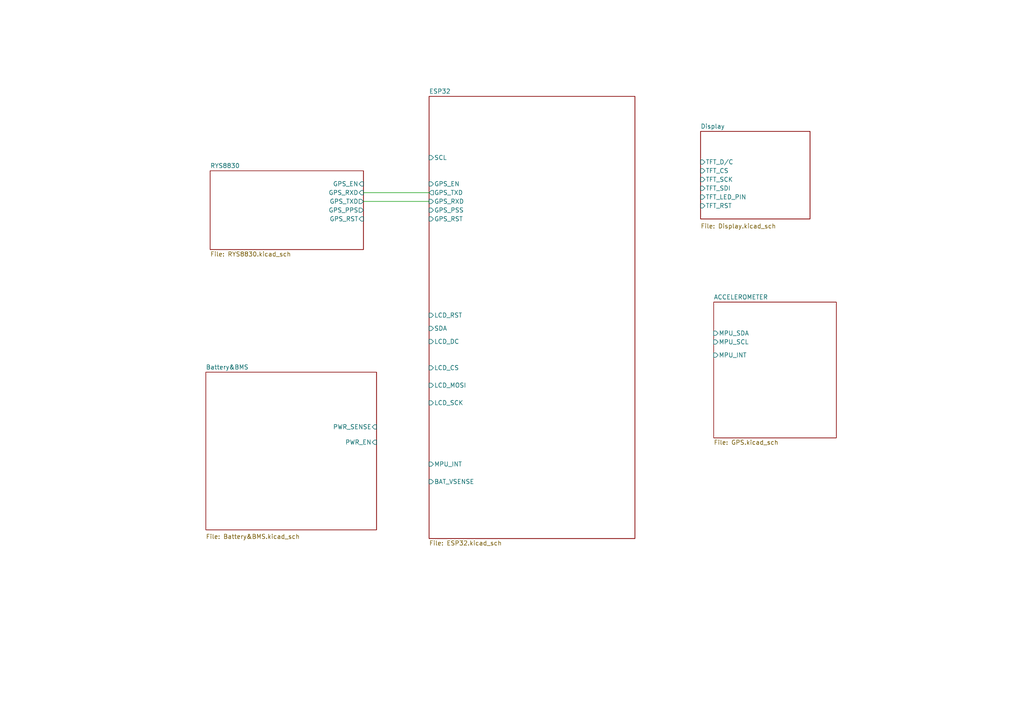
<source format=kicad_sch>
(kicad_sch
	(version 20231120)
	(generator "eeschema")
	(generator_version "8.0")
	(uuid "e9c5fb53-480b-4989-8495-a3341ee99514")
	(paper "A4")
	(lib_symbols)
	(wire
		(pts
			(xy 105.41 55.88) (xy 124.46 55.88)
		)
		(stroke
			(width 0)
			(type default)
		)
		(uuid "2b20afbf-5295-42bb-afc7-7eff4ab9657c")
	)
	(wire
		(pts
			(xy 105.41 58.42) (xy 124.46 58.42)
		)
		(stroke
			(width 0)
			(type default)
		)
		(uuid "5ab78a37-ea2f-42de-8c57-cbdf1a2fabf0")
	)
	(sheet
		(at 203.2 38.1)
		(size 31.75 25.4)
		(fields_autoplaced yes)
		(stroke
			(width 0.1524)
			(type solid)
		)
		(fill
			(color 0 0 0 0.0000)
		)
		(uuid "15b9618d-10d4-4333-8312-f49228536273")
		(property "Sheetname" "Display"
			(at 203.2 37.3884 0)
			(effects
				(font
					(size 1.27 1.27)
				)
				(justify left bottom)
			)
		)
		(property "Sheetfile" "Display.kicad_sch"
			(at 203.2 64.8466 0)
			(effects
				(font
					(size 1.27 1.27)
				)
				(justify left top)
			)
		)
		(pin "TFT_SDI" input
			(at 203.2 54.61 180)
			(effects
				(font
					(size 1.27 1.27)
				)
				(justify left)
			)
			(uuid "b443aa6a-2543-4bc0-ae40-a3e3c5f5af1f")
		)
		(pin "TFT_SCK" input
			(at 203.2 52.07 180)
			(effects
				(font
					(size 1.27 1.27)
				)
				(justify left)
			)
			(uuid "19e454bf-19f1-44a7-8277-2bb5fcd05572")
		)
		(pin "TFT_CS" input
			(at 203.2 49.53 180)
			(effects
				(font
					(size 1.27 1.27)
				)
				(justify left)
			)
			(uuid "91b271fa-33ec-432d-89a0-301b6a9d6e70")
		)
		(pin "TFT_D{slash}C" input
			(at 203.2 46.99 180)
			(effects
				(font
					(size 1.27 1.27)
				)
				(justify left)
			)
			(uuid "5a8e90f7-5a5d-4bbb-8d78-f7362b079089")
		)
		(pin "TFT_LED_PIN" input
			(at 203.2 57.15 180)
			(effects
				(font
					(size 1.27 1.27)
				)
				(justify left)
			)
			(uuid "f5364bd5-7ccb-4402-ade3-7adbfbc68cdb")
		)
		(pin "TFT_RST" input
			(at 203.2 59.69 180)
			(effects
				(font
					(size 1.27 1.27)
				)
				(justify left)
			)
			(uuid "8c94d72d-3333-457a-88dd-f2935dc663b5")
		)
		(instances
			(project "BEEWATCH MK3"
				(path "/e9c5fb53-480b-4989-8495-a3341ee99514"
					(page "4")
				)
			)
		)
	)
	(sheet
		(at 60.96 49.53)
		(size 44.45 22.86)
		(fields_autoplaced yes)
		(stroke
			(width 0.1524)
			(type solid)
		)
		(fill
			(color 0 0 0 0.0000)
		)
		(uuid "33dec73c-f7ec-4dd7-9d85-ef473e07baa9")
		(property "Sheetname" "RYS8830"
			(at 60.96 48.8184 0)
			(effects
				(font
					(size 1.27 1.27)
				)
				(justify left bottom)
			)
		)
		(property "Sheetfile" "RYS8830.kicad_sch"
			(at 60.96 72.9746 0)
			(effects
				(font
					(size 1.27 1.27)
				)
				(justify left top)
			)
		)
		(pin "GPS_RXD" input
			(at 105.41 55.88 0)
			(effects
				(font
					(size 1.27 1.27)
				)
				(justify right)
			)
			(uuid "d604a8cd-404e-459b-9184-b16b7ee25f86")
		)
		(pin "GPS_TXD" output
			(at 105.41 58.42 0)
			(effects
				(font
					(size 1.27 1.27)
				)
				(justify right)
			)
			(uuid "8807f10e-f5f6-4675-a6d5-85e93e314e72")
		)
		(pin "GPS_PPS" output
			(at 105.41 60.96 0)
			(effects
				(font
					(size 1.27 1.27)
				)
				(justify right)
			)
			(uuid "29affa09-69fd-454e-8135-5abc500d0869")
		)
		(pin "GPS_RST" input
			(at 105.41 63.5 0)
			(effects
				(font
					(size 1.27 1.27)
				)
				(justify right)
			)
			(uuid "d8dab0d6-98ff-4131-82e4-3a757a2ec7ab")
		)
		(pin "GPS_EN" input
			(at 105.41 53.34 0)
			(effects
				(font
					(size 1.27 1.27)
				)
				(justify right)
			)
			(uuid "fada81d8-575b-47bb-ad36-3079b91d8cc3")
		)
		(instances
			(project "BEEWATCH MK3"
				(path "/e9c5fb53-480b-4989-8495-a3341ee99514"
					(page "7")
				)
			)
		)
	)
	(sheet
		(at 207.01 87.63)
		(size 35.56 39.37)
		(fields_autoplaced yes)
		(stroke
			(width 0.1524)
			(type solid)
		)
		(fill
			(color 0 0 0 0.0000)
		)
		(uuid "45e7f89e-d204-4195-8987-9a9b7a51f032")
		(property "Sheetname" "ACCELEROMETER"
			(at 207.01 86.9184 0)
			(effects
				(font
					(size 1.27 1.27)
				)
				(justify left bottom)
			)
		)
		(property "Sheetfile" "GPS.kicad_sch"
			(at 207.01 127.5846 0)
			(effects
				(font
					(size 1.27 1.27)
				)
				(justify left top)
			)
		)
		(pin "MPU_SDA" input
			(at 207.01 96.647 180)
			(effects
				(font
					(size 1.27 1.27)
				)
				(justify left)
			)
			(uuid "6e9d9838-984a-4602-9fef-d8cf0850408d")
		)
		(pin "MPU_SCL" input
			(at 207.01 99.187 180)
			(effects
				(font
					(size 1.27 1.27)
				)
				(justify left)
			)
			(uuid "f40645c4-225c-475c-81d5-ca22b420c25b")
		)
		(pin "MPU_INT" input
			(at 207.01 102.997 180)
			(effects
				(font
					(size 1.27 1.27)
				)
				(justify left)
			)
			(uuid "e8ee5867-7bdd-439b-b256-2f1fb82f3e50")
		)
		(instances
			(project "BEEWATCH MK3"
				(path "/e9c5fb53-480b-4989-8495-a3341ee99514"
					(page "3")
				)
			)
		)
	)
	(sheet
		(at 124.46 27.94)
		(size 59.69 128.27)
		(fields_autoplaced yes)
		(stroke
			(width 0.1524)
			(type solid)
		)
		(fill
			(color 0 0 0 0.0000)
		)
		(uuid "56d77f8e-c069-456f-a514-fdde13f048cd")
		(property "Sheetname" "ESP32"
			(at 124.46 27.2284 0)
			(effects
				(font
					(size 1.27 1.27)
				)
				(justify left bottom)
			)
		)
		(property "Sheetfile" "ESP32.kicad_sch"
			(at 124.46 156.7946 0)
			(effects
				(font
					(size 1.27 1.27)
				)
				(justify left top)
			)
		)
		(pin "GPS_RST" input
			(at 124.46 63.5 180)
			(effects
				(font
					(size 1.27 1.27)
				)
				(justify left)
			)
			(uuid "29416cac-5fd4-4a8e-8681-ddd21222c24b")
		)
		(pin "SCL" input
			(at 124.46 45.72 180)
			(effects
				(font
					(size 1.27 1.27)
				)
				(justify left)
			)
			(uuid "214c8acb-f106-4c94-8b9f-94a00597663b")
		)
		(pin "SDA" input
			(at 124.46 95.25 180)
			(effects
				(font
					(size 1.27 1.27)
				)
				(justify left)
			)
			(uuid "57fadb00-9e72-464f-9b1f-f38926ae2e67")
		)
		(pin "GPS_EN" input
			(at 124.46 53.34 180)
			(effects
				(font
					(size 1.27 1.27)
				)
				(justify left)
			)
			(uuid "7d1b452e-9ef7-477d-a9c7-794a3a1950c2")
		)
		(pin "GPS_PSS" input
			(at 124.46 60.96 180)
			(effects
				(font
					(size 1.27 1.27)
				)
				(justify left)
			)
			(uuid "ff4f9956-5c12-475f-b8a1-f3f6aecab6dc")
		)
		(pin "LCD_RST" input
			(at 124.46 91.44 180)
			(effects
				(font
					(size 1.27 1.27)
				)
				(justify left)
			)
			(uuid "9894d60e-a75f-4cdd-8d3f-a4c6334ef62e")
		)
		(pin "LCD_DC" input
			(at 124.46 99.06 180)
			(effects
				(font
					(size 1.27 1.27)
				)
				(justify left)
			)
			(uuid "91deedb3-1cb8-428e-9f40-8536464c75e7")
		)
		(pin "LCD_CS" input
			(at 124.46 106.68 180)
			(effects
				(font
					(size 1.27 1.27)
				)
				(justify left)
			)
			(uuid "8c38fb24-1bef-47bf-9151-32bcb820760a")
		)
		(pin "LCD_MOSI" input
			(at 124.46 111.76 180)
			(effects
				(font
					(size 1.27 1.27)
				)
				(justify left)
			)
			(uuid "8f4364e8-4d25-4fdc-9606-f9522fbc7609")
		)
		(pin "LCD_SCK" input
			(at 124.46 116.84 180)
			(effects
				(font
					(size 1.27 1.27)
				)
				(justify left)
			)
			(uuid "3245a52b-b3b9-4886-b1c5-9728cb6a0074")
		)
		(pin "GPS_TXD" output
			(at 124.46 55.88 180)
			(effects
				(font
					(size 1.27 1.27)
				)
				(justify left)
			)
			(uuid "9f781f14-1185-429a-9c93-7801e5fa3833")
		)
		(pin "GPS_RXD" input
			(at 124.46 58.42 180)
			(effects
				(font
					(size 1.27 1.27)
				)
				(justify left)
			)
			(uuid "502c4dcf-5866-4ae4-af9e-6fb794cc31c6")
		)
		(pin "MPU_INT" input
			(at 124.46 134.62 180)
			(effects
				(font
					(size 1.27 1.27)
				)
				(justify left)
			)
			(uuid "c657adc6-9496-4c2d-93aa-154972eac65e")
		)
		(pin "BAT_VSENSE" input
			(at 124.46 139.7 180)
			(effects
				(font
					(size 1.27 1.27)
				)
				(justify left)
			)
			(uuid "eb1b9f0e-fec6-4ca5-9f58-15f392d1c464")
		)
		(instances
			(project "BEEWATCH MK3"
				(path "/e9c5fb53-480b-4989-8495-a3341ee99514"
					(page "2")
				)
			)
		)
	)
	(sheet
		(at 59.69 107.95)
		(size 49.53 45.72)
		(fields_autoplaced yes)
		(stroke
			(width 0.1524)
			(type solid)
		)
		(fill
			(color 0 0 0 0.0000)
		)
		(uuid "d9595010-f994-473f-a0a5-39e7f06951fe")
		(property "Sheetname" "Battery&BMS"
			(at 59.69 107.2384 0)
			(effects
				(font
					(size 1.27 1.27)
				)
				(justify left bottom)
			)
		)
		(property "Sheetfile" "Battery&BMS.kicad_sch"
			(at 59.69 154.8896 0)
			(effects
				(font
					(size 1.27 1.27)
				)
				(justify left top)
			)
		)
		(pin "PWR_SENSE" input
			(at 109.22 123.825 0)
			(effects
				(font
					(size 1.27 1.27)
				)
				(justify right)
			)
			(uuid "c15c0505-a03e-42be-af5a-1562ebf24948")
		)
		(pin "PWR_EN" input
			(at 109.22 128.27 0)
			(effects
				(font
					(size 1.27 1.27)
				)
				(justify right)
			)
			(uuid "eb03ac25-f837-4393-9ee6-f41db7566a17")
		)
		(instances
			(project "BEEWATCH MK3"
				(path "/e9c5fb53-480b-4989-8495-a3341ee99514"
					(page "6")
				)
			)
		)
	)
	(sheet_instances
		(path "/"
			(page "1")
		)
	)
)

</source>
